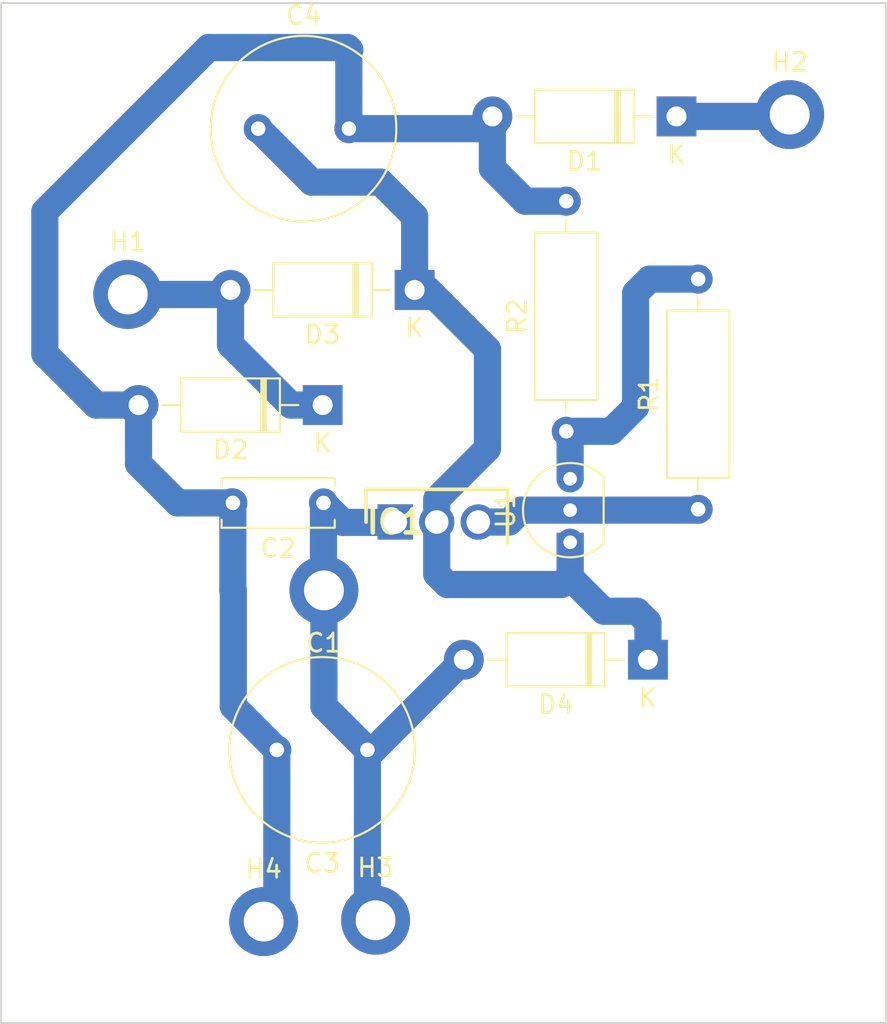
<source format=kicad_pcb>
(kicad_pcb (version 20211014) (generator pcbnew)
  (layers (0 "F.Cu" signal) (31 "B.Cu" signal) (34 "B.Paste" user) (35 "F.Paste" user) (36 "B.SilkS" user "B.Silkscreen") (37 "F.SilkS" user "F.Silkscreen") (38 "B.Mask" user) (39 "F.Mask" user) (44 "Edge.Cuts" user))
  (net 0 "")
  (net 1 "GND")
  (net 2 "Net-(C4-Pad1)")
  (net 3 "Net-(IC1-Pad3)")
  (net 4 "Net-(R1-Pad2)")
  (net 5 "Net-(C1-Pad1)")
  (net 6 "Net-(D1-Pad1)")
  (net 7 "Net-(D2-Pad1)")
  (footprint "MountingHole:MountingHole_2.2mm_M2_DIN965_Pad" (layer "F.Cu") (at 132.45 125.55)
    (fp_text reference "H3" (at 0 -2.9) (layer "F.SilkS"))
    (fp_text value "+ 5 Volts")
    (pad "1" thru_hole circle (at 0 0) (size 3.8 3.8) (drill 2.2) (layers *.Cu *.Mask) (net 5 "Net-(C1-Pad1)"))
  )
  (footprint "Capacitor_THT:C_Radial_D10.0mm_H16.0mm_P5.00mm" (layer "F.Cu") (at 132 116.15 180)
    (fp_text reference "C3" (at 2.5 -6.25) (layer "F.SilkS"))
    (fp_text value "470uF 16v")
    (fp_circle (center 2.5 0) (end 7.62 0) (layer "F.SilkS") (width 0.12) (fill none))
    (pad "1" thru_hole circle (at 0 0 180) (size 1.6 1.6) (drill 0.8) (layers *.Cu *.Mask) (net 5 "Net-(C1-Pad1)"))
    (pad "2" thru_hole circle (at 5 0 180) (size 1.6 1.6) (drill 0.8) (layers *.Cu *.Mask) (net 1 "GND"))
  )
  (footprint "Diode_THT:D_DO-41_SOD81_P10.16mm_Horizontal" (layer "F.Cu") (at 147.48 111.175 180)
    (fp_text reference "D4" (at 5.08 -2.47) (layer "F.SilkS"))
    (fp_text value "IN4004")
    (fp_text user "K" (at 0 -2.1) (layer "F.SilkS"))
    (fp_line (start 3.26 -1.47) (end 3.26 1.47) (layer "F.SilkS") (width 0.12))
    (fp_line (start 2.36 1.47) (end 7.8 1.47) (layer "F.SilkS") (width 0.12))
    (fp_line (start 8.82 0) (end 7.8 0) (layer "F.SilkS") (width 0.12))
    (fp_line (start 7.8 -1.47) (end 2.36 -1.47) (layer "F.SilkS") (width 0.12))
    (fp_line (start 3.38 -1.47) (end 3.38 1.47) (layer "F.SilkS") (width 0.12))
    (fp_line (start 1.34 0) (end 2.36 0) (layer "F.SilkS") (width 0.12))
    (fp_line (start 2.36 -1.47) (end 2.36 1.47) (layer "F.SilkS") (width 0.12))
    (fp_line (start 3.14 -1.47) (end 3.14 1.47) (layer "F.SilkS") (width 0.12))
    (fp_line (start 7.8 1.47) (end 7.8 -1.47) (layer "F.SilkS") (width 0.12))
    (pad "1" thru_hole rect (at 0 0 180) (size 2.2 2.2) (drill 1.1) (layers *.Cu *.Mask) (net 2 "Net-(C4-Pad1)"))
    (pad "2" thru_hole oval (at 10.16 0 180) (size 2.2 2.2) (drill 1.1) (layers *.Cu *.Mask) (net 5 "Net-(C1-Pad1)"))
  )
  (footprint "Package_TO_SOT_THT:TO-92_Inline" (layer "F.Cu") (at 143.185 104.195 90)
    (fp_text reference "U1" (at 1.27 -3.56 90) (layer "F.SilkS"))
    (fp_text value "LR8N3-G")
    (fp_line (start -0.53 1.85) (end 3.07 1.85) (layer "F.SilkS") (width 0.12))
    (fp_arc (start 1.27 -2.6) (mid 3.672087 -0.994977) (end 3.108478 1.838478) (layer "F.SilkS") (width 0.12))
    (fp_arc (start -0.568478 1.838478) (mid -1.132087 -0.994977) (end 1.27 -2.6) (layer "F.SilkS") (width 0.12))
    (pad "1" thru_hole rect (at -0.5 0 90) (size 1.05 1.5) (drill 0.75) (layers *.Cu *.Mask) (net 2 "Net-(C4-Pad1)"))
    (pad "2" thru_hole oval (at 1.27 0 90) (size 1.05 1.5) (drill 0.75) (layers *.Cu *.Mask) (net 3 "Net-(IC1-Pad3)"))
    (pad "3" thru_hole oval (at 3 0 90) (size 1.05 1.5) (drill 0.75) (layers *.Cu *.Mask) (net 4 "Net-(R1-Pad2)"))
  )
  (footprint "MountingHole:MountingHole_2.2mm_M2_DIN965_Pad" (layer "F.Cu") (at 126.275 125.625)
    (fp_text reference "H4" (at 0 -2.9) (layer "F.SilkS"))
    (fp_text value "GND")
    (pad "1" thru_hole circle (at 0 0) (size 3.8 3.8) (drill 2.2) (layers *.Cu *.Mask) (net 1 "GND"))
  )
  (footprint "Diode_THT:D_DO-41_SOD81_P10.16mm_Horizontal" (layer "F.Cu") (at 149.055 81.2 180)
    (fp_text reference "D1" (at 5.08 -2.47) (layer "F.SilkS"))
    (fp_text value "D")
    (fp_text user "K" (at 0 -2.1) (layer "F.SilkS"))
    (fp_line (start 7.8 -1.47) (end 2.36 -1.47) (layer "F.SilkS") (width 0.12))
    (fp_line (start 8.82 0) (end 7.8 0) (layer "F.SilkS") (width 0.12))
    (fp_line (start 2.36 -1.47) (end 2.36 1.47) (layer "F.SilkS") (width 0.12))
    (fp_line (start 2.36 1.47) (end 7.8 1.47) (layer "F.SilkS") (width 0.12))
    (fp_line (start 7.8 1.47) (end 7.8 -1.47) (layer "F.SilkS") (width 0.12))
    (fp_line (start 1.34 0) (end 2.36 0) (layer "F.SilkS") (width 0.12))
    (fp_line (start 3.38 -1.47) (end 3.38 1.47) (layer "F.SilkS") (width 0.12))
    (fp_line (start 3.26 -1.47) (end 3.26 1.47) (layer "F.SilkS") (width 0.12))
    (fp_line (start 3.14 -1.47) (end 3.14 1.47) (layer "F.SilkS") (width 0.12))
    (pad "1" thru_hole rect (at 0 0 180) (size 2.2 2.2) (drill 1.1) (layers *.Cu *.Mask) (net 6 "Net-(D1-Pad1)"))
    (pad "2" thru_hole oval (at 10.16 0 180) (size 2.2 2.2) (drill 1.1) (layers *.Cu *.Mask) (net 1 "GND"))
  )
  (footprint "Diode_THT:D_DO-41_SOD81_P10.16mm_Horizontal" (layer "F.Cu") (at 134.605 90.775 180)
    (fp_text reference "D3" (at 5.08 -2.47) (layer "F.SilkS"))
    (fp_text value "D")
    (fp_text user "K" (at 0 -2.1) (layer "F.SilkS"))
    (fp_line (start 2.36 -1.47) (end 2.36 1.47) (layer "F.SilkS") (width 0.12))
    (fp_line (start 1.34 0) (end 2.36 0) (layer "F.SilkS") (width 0.12))
    (fp_line (start 8.82 0) (end 7.8 0) (layer "F.SilkS") (width 0.12))
    (fp_line (start 3.26 -1.47) (end 3.26 1.47) (layer "F.SilkS") (width 0.12))
    (fp_line (start 2.36 1.47) (end 7.8 1.47) (layer "F.SilkS") (width 0.12))
    (fp_line (start 3.38 -1.47) (end 3.38 1.47) (layer "F.SilkS") (width 0.12))
    (fp_line (start 3.14 -1.47) (end 3.14 1.47) (layer "F.SilkS") (width 0.12))
    (fp_line (start 7.8 -1.47) (end 2.36 -1.47) (layer "F.SilkS") (width 0.12))
    (fp_line (start 7.8 1.47) (end 7.8 -1.47) (layer "F.SilkS") (width 0.12))
    (pad "1" thru_hole rect (at 0 0 180) (size 2.2 2.2) (drill 1.1) (layers *.Cu *.Mask) (net 2 "Net-(C4-Pad1)"))
    (pad "2" thru_hole oval (at 10.16 0 180) (size 2.2 2.2) (drill 1.1) (layers *.Cu *.Mask) (net 7 "Net-(D2-Pad1)"))
  )
  (footprint "MountingHole:MountingHole_2.2mm_M2_DIN965_Pad" (layer "F.Cu") (at 118.775 91.025)
    (fp_text reference "H1" (at 0 -2.9) (layer "F.SilkS"))
    (fp_text value "Source +")
    (pad "1" thru_hole circle (at 0 0) (size 3.8 3.8) (drill 2.2) (layers *.Cu *.Mask) (net 7 "Net-(D2-Pad1)"))
  )
  (footprint "Diode_THT:D_DO-41_SOD81_P10.16mm_Horizontal" (layer "F.Cu") (at 129.53 97.125 180)
    (fp_text reference "D2" (at 5.08 -2.47) (layer "F.SilkS"))
    (fp_text value "D")
    (fp_text user "K" (at 0 -2.1) (layer "F.SilkS"))
    (fp_line (start 2.36 -1.47) (end 2.36 1.47) (layer "F.SilkS") (width 0.12))
    (fp_line (start 2.36 1.47) (end 7.8 1.47) (layer "F.SilkS") (width 0.12))
    (fp_line (start 8.82 0) (end 7.8 0) (layer "F.SilkS") (width 0.12))
    (fp_line (start 7.8 1.47) (end 7.8 -1.47) (layer "F.SilkS") (width 0.12))
    (fp_line (start 3.26 -1.47) (end 3.26 1.47) (layer "F.SilkS") (width 0.12))
    (fp_line (start 7.8 -1.47) (end 2.36 -1.47) (layer "F.SilkS") (width 0.12))
    (fp_line (start 3.38 -1.47) (end 3.38 1.47) (layer "F.SilkS") (width 0.12))
    (fp_line (start 1.34 0) (end 2.36 0) (layer "F.SilkS") (width 0.12))
    (fp_line (start 3.14 -1.47) (end 3.14 1.47) (layer "F.SilkS") (width 0.12))
    (pad "1" thru_hole rect (at 0 0 180) (size 2.2 2.2) (drill 1.1) (layers *.Cu *.Mask) (net 7 "Net-(D2-Pad1)"))
    (pad "2" thru_hole oval (at 10.16 0 180) (size 2.2 2.2) (drill 1.1) (layers *.Cu *.Mask) (net 1 "GND"))
  )
  (footprint "Resistor_THT:R_Axial_DIN0309_L9.0mm_D3.2mm_P12.70mm_Horizontal" (layer "F.Cu") (at 150.25 102.875 90)
    (fp_text reference "R1" (at 6.35 -2.72 90) (layer "F.SilkS"))
    (fp_text value "4k3 1 %")
    (fp_line (start 1.04 0) (end 1.73 0) (layer "F.SilkS") (width 0.12))
    (fp_line (start 1.73 1.72) (end 10.97 1.72) (layer "F.SilkS") (width 0.12))
    (fp_line (start 10.97 1.72) (end 10.97 -1.72) (layer "F.SilkS") (width 0.12))
    (fp_line (start 1.73 -1.72) (end 1.73 1.72) (layer "F.SilkS") (width 0.12))
    (fp_line (start 11.66 0) (end 10.97 0) (layer "F.SilkS") (width 0.12))
    (fp_line (start 10.97 -1.72) (end 1.73 -1.72) (layer "F.SilkS") (width 0.12))
    (pad "1" thru_hole circle (at 0 0 90) (size 1.6 1.6) (drill 0.8) (layers *.Cu *.Mask) (net 3 "Net-(IC1-Pad3)"))
    (pad "2" thru_hole oval (at 12.7 0 90) (size 1.6 1.6) (drill 0.8) (layers *.Cu *.Mask) (net 4 "Net-(R1-Pad2)"))
  )
  (footprint "ME340G:TO229P300X760X1364-3P" (layer "F.Cu") (at 133.535 103.58)
    (fp_text reference "IC1" (at 0 0) (layer "F.SilkS") (effects (font (size 1.27 1.27) (thickness 0.254))))
    (fp_text value "MJE340G" hide)
    (fp_line (start -1.61 -1.805) (end -1.61 0) (layer "F.SilkS") (width 0.2))
    (fp_line (start 6.19 1.195) (end 6.19 -1.805) (layer "F.SilkS") (width 0.2))
    (fp_line (start 6.19 -1.805) (end -1.61 -1.805) (layer "F.SilkS") (width 0.2))
    (pad "1" thru_hole rect locked (at 0 0) (size 1.95 1.95) (drill 1.3) (layers *.Cu *.Mask) (net 5 "Net-(C1-Pad1)"))
    (pad "2" thru_hole circle locked (at 2.29 0) (size 1.95 1.95) (drill 1.3) (layers *.Cu *.Mask) (net 2 "Net-(C4-Pad1)"))
    (pad "3" thru_hole circle locked (at 4.58 0) (size 1.95 1.95) (drill 1.3) (layers *.Cu *.Mask) (net 3 "Net-(IC1-Pad3)"))
  )
  (footprint "MountingHole:MountingHole_2.2mm_M2_DIN965_Pad" (layer "F.Cu") (at 129.6 107.35 180)
    (fp_text reference "C1" (at 0 -2.9 180) (layer "F.SilkS"))
    (fp_text value "100n")
    (pad "1" thru_hole circle (at 0 0 180) (size 3.8 3.8) (drill 2.2) (layers *.Cu *.Mask) (net 5 "Net-(C1-Pad1)"))
  )
  (footprint "MountingHole:MountingHole_2.2mm_M2_DIN965_Pad" (layer "F.Cu") (at 155.3 81.1)
    (fp_text reference "H2" (at 0 -2.9) (layer "F.SilkS"))
    (fp_text value "Source -")
    (pad "1" thru_hole circle (at 0 0) (size 3.8 3.8) (drill 2.2) (layers *.Cu *.Mask) (net 6 "Net-(D1-Pad1)"))
  )
  (footprint "Capacitor_THT:C_Radial_D10.0mm_H12.5mm_P5.00mm" (layer "F.Cu") (at 125.975 81.875)
    (fp_text reference "C4" (at 2.5 -6.25) (layer "F.SilkS"))
    (fp_text value "2.2uF 450v")
    (fp_circle (center 2.5 0) (end 7.62 0) (layer "F.SilkS") (width 0.12) (fill none))
    (pad "1" thru_hole circle (at 0 0) (size 1.6 1.6) (drill 0.8) (layers *.Cu *.Mask) (net 2 "Net-(C4-Pad1)"))
    (pad "2" thru_hole circle (at 5 0) (size 1.6 1.6) (drill 0.8) (layers *.Cu *.Mask) (net 1 "GND"))
  )
  (footprint "Resistor_THT:R_Axial_DIN0309_L9.0mm_D3.2mm_P12.70mm_Horizontal" (layer "F.Cu") (at 142.975 98.575 90)
    (fp_text reference "R2" (at 6.35 -2.72 90) (layer "F.SilkS"))
    (fp_text value "15k 1 %")
    (fp_line (start 10.97 -1.72) (end 1.73 -1.72) (layer "F.SilkS") (width 0.12))
    (fp_line (start 11.66 0) (end 10.97 0) (layer "F.SilkS") (width 0.12))
    (fp_line (start 1.73 1.72) (end 10.97 1.72) (layer "F.SilkS") (width 0.12))
    (fp_line (start 1.73 -1.72) (end 1.73 1.72) (layer "F.SilkS") (width 0.12))
    (fp_line (start 1.04 0) (end 1.73 0) (layer "F.SilkS") (width 0.12))
    (fp_line (start 10.97 1.72) (end 10.97 -1.72) (layer "F.SilkS") (width 0.12))
    (pad "1" thru_hole circle (at 0 0 90) (size 1.6 1.6) (drill 0.8) (layers *.Cu *.Mask) (net 4 "Net-(R1-Pad2)"))
    (pad "2" thru_hole oval (at 12.7 0 90) (size 1.6 1.6) (drill 0.8) (layers *.Cu *.Mask) (net 1 "GND"))
  )
  (footprint "Capacitor_THT:C_Disc_D6.0mm_W2.5mm_P5.00mm" (layer "F.Cu") (at 129.575 102.525 180)
    (fp_text reference "C2" (at 2.5 -2.5) (layer "F.SilkS"))
    (fp_text value "100n")
    (fp_line (start -0.62 0.925) (end -0.62 1.37) (layer "F.SilkS") (width 0.12))
    (fp_line (start 5.62 -1.37) (end 5.62 -0.925) (layer "F.SilkS") (width 0.12))
    (fp_line (start -0.62 1.37) (end 5.62 1.37) (layer "F.SilkS") (width 0.12))
    (fp_line (start -0.62 -1.37) (end 5.62 -1.37) (layer "F.SilkS") (width 0.12))
    (fp_line (start 5.62 0.925) (end 5.62 1.37) (layer "F.SilkS") (width 0.12))
    (fp_line (start -0.62 -1.37) (end -0.62 -0.925) (layer "F.SilkS") (width 0.12))
    (pad "1" thru_hole circle (at 0 0 180) (size 1.6 1.6) (drill 0.8) (layers *.Cu *.Mask) (net 5 "Net-(C1-Pad1)"))
    (pad "2" thru_hole circle (at 5 0 180) (size 1.6 1.6) (drill 0.8) (layers *.Cu *.Mask) (net 1 "GND"))
  )
  (gr_rect (start 111.775 74.95) (end 160.625 131.225) (layer "Edge.Cuts") (width 0.1) (fill none))
  (segment (start 127 124.9) (end 126.275 125.625) (width 1.5) (layer "B.Cu") (net 1))
  (segment (start 123.25 77.4) (end 114.2 86.45) (width 1.5) (layer "B.Cu") (net 1))
  (segment (start 114.2 94.3) (end 117.025 97.125) (width 1.5) (layer "B.Cu") (net 1))
  (segment (start 124.6 107.35) (end 124.6 113.75) (width 1.5) (layer "B.Cu") (net 1))
  (segment (start 138.895 84.07) (end 140.7 85.875) (width 1.5) (layer "B.Cu") (net 1))
  (segment (start 131.025 77.525) (end 130.9 77.4) (width 1.5) (layer "B.Cu") (net 1))
  (segment (start 138.895 81.2) (end 138.895 84.07) (width 1.5) (layer "B.Cu") (net 1))
  (segment (start 124.575 102.525) (end 124.575 107.325) (width 1.5) (layer "B.Cu") (net 1))
  (segment (start 124.6 113.75) (end 127 116.15) (width 1.5) (layer "B.Cu") (net 1))
  (segment (start 117.025 97.125) (end 119.37 97.125) (width 1.5) (layer "B.Cu") (net 1))
  (segment (start 119.37 100.37) (end 121.525 102.525) (width 1.5) (layer "B.Cu") (net 1))
  (segment (start 140.7 85.875) (end 142.975 85.875) (width 1.5) (layer "B.Cu") (net 1))
  (segment (start 127 116.15) (end 127 124.9) (width 1.5) (layer "B.Cu") (net 1))
  (segment (start 121.525 102.525) (end 124.575 102.525) (width 1.5) (layer "B.Cu") (net 1))
  (segment (start 130.975 81.875) (end 138.22 81.875) (width 1.5) (layer "B.Cu") (net 1))
  (segment (start 119.37 97.125) (end 119.37 100.37) (width 1.5) (layer "B.Cu") (net 1))
  (segment (start 124.575 107.325) (end 124.6 107.35) (width 1.5) (layer "B.Cu") (net 1))
  (segment (start 114.2 86.45) (end 114.2 94.3) (width 1.5) (layer "B.Cu") (net 1))
  (segment (start 138.22 81.875) (end 138.895 81.2) (width 1.5) (layer "B.Cu") (net 1))
  (segment (start 130.975 77.575) (end 131.025 77.525) (width 1.5) (layer "B.Cu") (net 1))
  (segment (start 124.515 102.465) (end 124.575 102.525) (width 1.5) (layer "B.Cu") (net 1))
  (segment (start 130.9 77.4) (end 123.25 77.4) (width 1.5) (layer "B.Cu") (net 1))
  (segment (start 130.975 81.875) (end 130.975 77.575) (width 1.5) (layer "B.Cu") (net 1))
  (segment (start 147.48 109.105) (end 147.48 111.175) (width 1.5) (layer "B.Cu") (net 2))
  (segment (start 146.875 108.5) (end 147.48 109.105) (width 1.5) (layer "B.Cu") (net 2))
  (segment (start 143.185 106.54) (end 143.185 104.695) (width 1.5) (layer "B.Cu") (net 2))
  (segment (start 135.825 106.45) (end 136.4 107.025) (width 1.5) (layer "B.Cu") (net 2))
  (segment (start 138.625 99.525) (end 138.625 94.05) (width 1.5) (layer "B.Cu") (net 2))
  (segment (start 143.185 106.635) (end 145.05 108.5) (width 1.5) (layer "B.Cu") (net 2))
  (segment (start 136.4 107.025) (end 142.7 107.025) (width 1.5) (layer "B.Cu") (net 2))
  (segment (start 143.185 104.695) (end 143.185 106.635) (width 1.5) (layer "B.Cu") (net 2))
  (segment (start 125.975 81.875) (end 128.925 84.825) (width 1.5) (layer "B.Cu") (net 2))
  (segment (start 132.725 84.825) (end 134.605 86.705) (width 1.5) (layer "B.Cu") (net 2))
  (segment (start 135.825 103.58) (end 135.825 102.325) (width 1.5) (layer "B.Cu") (net 2))
  (segment (start 135.825 103.58) (end 135.825 106.45) (width 1.5) (layer "B.Cu") (net 2))
  (segment (start 135.35 90.775) (end 134.605 90.775) (width 1.5) (layer "B.Cu") (net 2))
  (segment (start 134.605 86.705) (end 134.605 90.775) (width 1.5) (layer "B.Cu") (net 2))
  (segment (start 128.925 84.825) (end 132.725 84.825) (width 1.5) (layer "B.Cu") (net 2))
  (segment (start 135.825 102.325) (end 138.625 99.525) (width 1.5) (layer "B.Cu") (net 2))
  (segment (start 145.05 108.5) (end 146.875 108.5) (width 1.5) (layer "B.Cu") (net 2))
  (segment (start 142.7 107.025) (end 143.185 106.54) (width 1.5) (layer "B.Cu") (net 2))
  (segment (start 138.625 94.05) (end 135.35 90.775) (width 1.5) (layer "B.Cu") (net 2))
  (segment (start 143.185 102.925) (end 150.2 102.925) (width 1.5) (layer "B.Cu") (net 3))
  (segment (start 139.82 103.58) (end 140.475 102.925) (width 1.5) (layer "B.Cu") (net 3))
  (segment (start 150.2 102.925) (end 150.25 102.875) (width 1.5) (layer "B.Cu") (net 3))
  (segment (start 138.535 103.58) (end 139.82 103.58) (width 1.5) (layer "B.Cu") (net 3))
  (segment (start 140.475 102.925) (end 143.185 102.925) (width 1.5) (layer "B.Cu") (net 3))
  (segment (start 142.975 98.575) (end 145.45 98.575) (width 1.5) (layer "B.Cu") (net 4))
  (segment (start 145.45 98.575) (end 146.8 97.225) (width 1.5) (layer "B.Cu") (net 4))
  (segment (start 146.8 97.225) (end 146.8 90.95) (width 1.5) (layer "B.Cu") (net 4))
  (segment (start 143.185 98.785) (end 142.975 98.575) (width 1.5) (layer "B.Cu") (net 4))
  (segment (start 143.185 101.195) (end 143.185 98.785) (width 1.5) (layer "B.Cu") (net 4))
  (segment (start 146.8 90.95) (end 147.575 90.175) (width 1.5) (layer "B.Cu") (net 4))
  (segment (start 147.575 90.175) (end 150.25 90.175) (width 1.5) (layer "B.Cu") (net 4))
  (segment (start 130.65 103.6) (end 133.015 103.6) (width 1.5) (layer "B.Cu") (net 5))
  (segment (start 129.6 107.35) (end 129.6 113.75) (width 1.5) (layer "B.Cu") (net 5))
  (segment (start 129.6 113.75) (end 132 116.15) (width 1.5) (layer "B.Cu") (net 5))
  (segment (start 132 116.15) (end 132.345 116.15) (width 1.5) (layer "B.Cu") (net 5))
  (segment (start 132.345 116.15) (end 137.32 111.175) (width 1.5) (layer "B.Cu") (net 5))
  (segment (start 132 116.15) (end 132 125.1) (width 1.5) (layer "B.Cu") (net 5))
  (segment (start 129.575 107.325) (end 129.6 107.35) (width 1.5) (layer "B.Cu") (net 5))
  (segment (start 132 125.1) (end 132.45 125.55) (width 1.5) (layer "B.Cu") (net 5))
  (segment (start 133.015 103.6) (end 133.035 103.58) (width 1.5) (layer "B.Cu") (net 5))
  (segment (start 129.575 102.525) (end 130.65 103.6) (width 1.5) (layer "B.Cu") (net 5))
  (segment (start 129.575 102.525) (end 129.575 107.325) (width 1.5) (layer "B.Cu") (net 5))
  (segment (start 155.2 81.2) (end 155.3 81.1) (width 1.5) (layer "B.Cu") (net 6))
  (segment (start 149.055 81.2) (end 155.2 81.2) (width 1.5) (layer "B.Cu") (net 6))
  (segment (start 124.195 91.025) (end 124.445 90.775) (width 1.5) (layer "B.Cu") (net 7))
  (segment (start 127.775 97.125) (end 129.53 97.125) (width 1.5) (layer "B.Cu") (net 7))
  (segment (start 124.445 90.775) (end 124.445 93.795) (width 1.5) (layer "B.Cu") (net 7))
  (segment (start 118.775 91.025) (end 124.195 91.025) (width 1.5) (layer "B.Cu") (net 7))
  (segment (start 124.445 93.795) (end 127.775 97.125) (width 1.5) (layer "B.Cu") (net 7))
)
</source>
